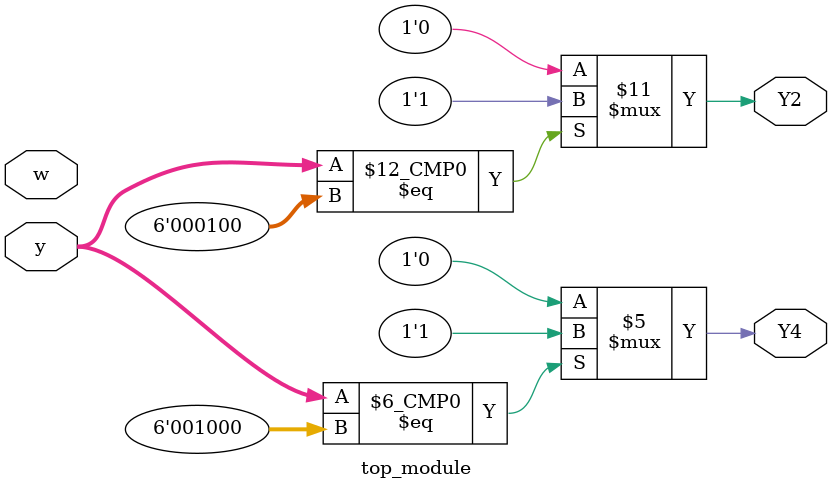
<source format=sv>
module top_module (
    input [6:1] y,
    input w,
    output reg Y2,
    output reg Y4
);

    always @(*) begin
        case(y)
            7'b000001: begin
                Y2 = 1'b0;
                Y4 = 1'b0;
            end
            7'b000010: begin
                Y2 = 1'b0;
                Y4 = 1'b0;
            end
            7'b000100: begin
                Y2 = 1'b1;
                Y4 = 1'b0;
            end
            7'b001000: begin
                Y2 = 1'b0;
                Y4 = 1'b1;
            end
            7'b010000: begin
                Y2 = 1'b0;
                Y4 = 1'b0;
            end
            7'b100000: begin
                Y2 = 1'b0;
                Y4 = 1'b0;
            end
            default: begin
                Y2 = 1'b0;
                Y4 = 1'b0;
            end
        endcase
    end
    
endmodule

</source>
